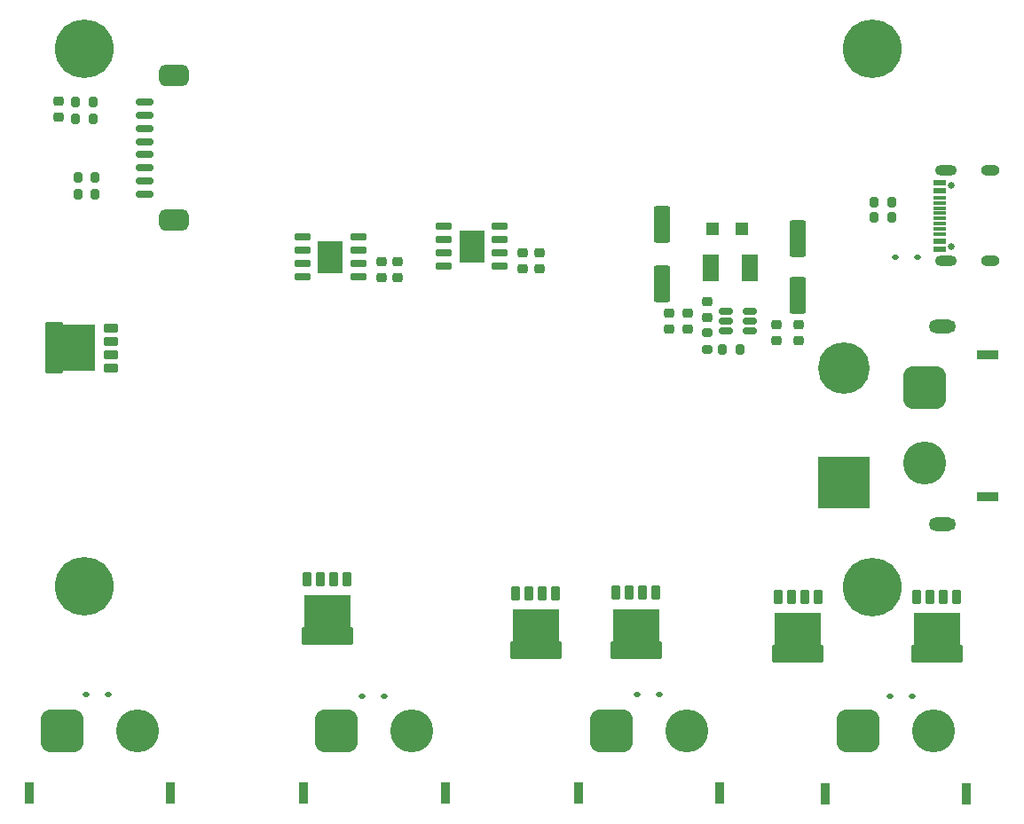
<source format=gbr>
%TF.GenerationSoftware,KiCad,Pcbnew,7.0.6-0*%
%TF.CreationDate,2023-08-19T14:39:05+10:00*%
%TF.ProjectId,rear_screen,72656172-5f73-4637-9265-656e2e6b6963,0*%
%TF.SameCoordinates,Original*%
%TF.FileFunction,Soldermask,Top*%
%TF.FilePolarity,Negative*%
%FSLAX46Y46*%
G04 Gerber Fmt 4.6, Leading zero omitted, Abs format (unit mm)*
G04 Created by KiCad (PCBNEW 7.0.6-0) date 2023-08-19 14:39:05*
%MOMM*%
%LPD*%
G01*
G04 APERTURE LIST*
G04 Aperture macros list*
%AMRoundRect*
0 Rectangle with rounded corners*
0 $1 Rounding radius*
0 $2 $3 $4 $5 $6 $7 $8 $9 X,Y pos of 4 corners*
0 Add a 4 corners polygon primitive as box body*
4,1,4,$2,$3,$4,$5,$6,$7,$8,$9,$2,$3,0*
0 Add four circle primitives for the rounded corners*
1,1,$1+$1,$2,$3*
1,1,$1+$1,$4,$5*
1,1,$1+$1,$6,$7*
1,1,$1+$1,$8,$9*
0 Add four rect primitives between the rounded corners*
20,1,$1+$1,$2,$3,$4,$5,0*
20,1,$1+$1,$4,$5,$6,$7,0*
20,1,$1+$1,$6,$7,$8,$9,0*
20,1,$1+$1,$8,$9,$2,$3,0*%
%AMFreePoly0*
4,1,21,3.024497,2.399497,3.045000,2.350000,3.045000,-2.350000,3.024497,-2.399497,2.975000,-2.420000,1.425000,-2.420000,1.375503,-2.399497,1.355000,-2.350000,1.355000,-2.170000,-1.650000,-2.170000,-1.699497,-2.149497,-1.720000,-2.100000,-1.720000,2.100000,-1.699497,2.149497,-1.650000,2.170000,1.355000,2.170000,1.355000,2.350000,1.375503,2.399497,1.425000,2.420000,2.975000,2.420000,
3.024497,2.399497,3.024497,2.399497,$1*%
G04 Aperture macros list end*
%ADD10RoundRect,0.200000X0.200000X0.275000X-0.200000X0.275000X-0.200000X-0.275000X0.200000X-0.275000X0*%
%ADD11RoundRect,0.200000X-0.200000X-0.275000X0.200000X-0.275000X0.200000X0.275000X-0.200000X0.275000X0*%
%ADD12RoundRect,0.218750X0.256250X-0.218750X0.256250X0.218750X-0.256250X0.218750X-0.256250X-0.218750X0*%
%ADD13R,0.900000X2.000000*%
%ADD14RoundRect,1.025000X1.025000X1.025000X-1.025000X1.025000X-1.025000X-1.025000X1.025000X-1.025000X0*%
%ADD15C,4.100000*%
%ADD16C,5.600000*%
%ADD17RoundRect,0.112500X0.187500X0.112500X-0.187500X0.112500X-0.187500X-0.112500X0.187500X-0.112500X0*%
%ADD18R,1.200000X1.200000*%
%ADD19RoundRect,0.070000X0.350000X0.575000X-0.350000X0.575000X-0.350000X-0.575000X0.350000X-0.575000X0*%
%ADD20FreePoly0,270.000000*%
%ADD21RoundRect,0.150000X-0.650000X-0.150000X0.650000X-0.150000X0.650000X0.150000X-0.650000X0.150000X0*%
%ADD22R,2.410000X3.100000*%
%ADD23RoundRect,0.225000X-0.250000X0.225000X-0.250000X-0.225000X0.250000X-0.225000X0.250000X0.225000X0*%
%ADD24C,0.650000*%
%ADD25R,1.240000X0.600000*%
%ADD26R,1.240000X0.300000*%
%ADD27O,2.100000X1.000000*%
%ADD28O,1.800000X1.000000*%
%ADD29C,4.916000*%
%ADD30R,4.916000X4.916000*%
%ADD31O,2.600000X1.300000*%
%ADD32R,2.000000X0.900000*%
%ADD33RoundRect,1.025000X-1.025000X1.025000X-1.025000X-1.025000X1.025000X-1.025000X1.025000X1.025000X0*%
%ADD34R,1.500000X2.500000*%
%ADD35RoundRect,0.150000X-0.700000X0.150000X-0.700000X-0.150000X0.700000X-0.150000X0.700000X0.150000X0*%
%ADD36RoundRect,0.500000X-0.900000X0.500000X-0.900000X-0.500000X0.900000X-0.500000X0.900000X0.500000X0*%
%ADD37RoundRect,0.250000X0.550000X-1.500000X0.550000X1.500000X-0.550000X1.500000X-0.550000X-1.500000X0*%
%ADD38RoundRect,0.200000X-0.275000X0.200000X-0.275000X-0.200000X0.275000X-0.200000X0.275000X0.200000X0*%
%ADD39RoundRect,0.150000X-0.512500X-0.150000X0.512500X-0.150000X0.512500X0.150000X-0.512500X0.150000X0*%
%ADD40RoundRect,0.225000X0.250000X-0.225000X0.250000X0.225000X-0.250000X0.225000X-0.250000X-0.225000X0*%
%ADD41RoundRect,0.070000X0.575000X-0.350000X0.575000X0.350000X-0.575000X0.350000X-0.575000X-0.350000X0*%
%ADD42FreePoly0,180.000000*%
%ADD43RoundRect,0.112500X-0.187500X-0.112500X0.187500X-0.112500X0.187500X0.112500X-0.187500X0.112500X0*%
G04 APERTURE END LIST*
D10*
%TO.C,R8*%
X91000000Y-74600000D03*
X89350000Y-74600000D03*
%TD*%
D11*
%TO.C,R7*%
X89325000Y-72989999D03*
X90975000Y-72989999D03*
%TD*%
D12*
%TO.C,D6*%
X87750000Y-74477499D03*
X87750000Y-72902499D03*
%TD*%
D13*
%TO.C,J2*%
X98400000Y-139000000D03*
X84900000Y-139000000D03*
D14*
X88050000Y-133000000D03*
D15*
X95250000Y-133000000D03*
%TD*%
D16*
%TO.C,H1*%
X90150000Y-67960000D03*
%TD*%
D13*
%TO.C,J4*%
X150800000Y-139000000D03*
X137300000Y-139000000D03*
D14*
X140450000Y-133000000D03*
D15*
X147650000Y-133000000D03*
%TD*%
D17*
%TO.C,D3*%
X118750000Y-129700000D03*
X116650000Y-129700000D03*
%TD*%
D18*
%TO.C,D7*%
X152899999Y-85125000D03*
X150099999Y-85125000D03*
%TD*%
D19*
%TO.C,Q2*%
X160180000Y-120230000D03*
X158910000Y-120230000D03*
X157630000Y-120230000D03*
X156360000Y-120230000D03*
D20*
X158270000Y-123500000D03*
%TD*%
D21*
%TO.C,U2*%
X124490712Y-84890111D03*
X124490712Y-86160111D03*
X124490712Y-87430111D03*
X124490712Y-88700111D03*
X129790712Y-88700111D03*
X129790712Y-87430111D03*
X129790712Y-86160111D03*
X129790712Y-84890111D03*
D22*
X127140712Y-86795111D03*
%TD*%
D19*
%TO.C,Q3*%
X144710000Y-119830000D03*
X143440000Y-119830000D03*
X142160000Y-119830000D03*
X140890000Y-119830000D03*
D20*
X142800000Y-123100000D03*
%TD*%
D23*
%TO.C,C3*%
X156200000Y-94250000D03*
X156200000Y-95800000D03*
%TD*%
D24*
%TO.C,J13*%
X172920000Y-86770000D03*
X172920000Y-80990000D03*
D25*
X171800000Y-87080000D03*
X171800000Y-86280000D03*
D26*
X171800000Y-85130000D03*
X171800000Y-84130000D03*
X171800000Y-83630000D03*
X171800000Y-82630000D03*
D25*
X171800000Y-81480000D03*
X171800000Y-80680000D03*
X171800000Y-80680000D03*
X171800000Y-81480000D03*
D26*
X171800000Y-82130000D03*
X171800000Y-83130000D03*
X171800000Y-84630000D03*
X171800000Y-85630000D03*
D25*
X171800000Y-86280000D03*
X171800000Y-87080000D03*
D27*
X172400000Y-88200000D03*
D28*
X176600000Y-88200000D03*
D27*
X172400000Y-79560000D03*
D28*
X176600000Y-79560000D03*
%TD*%
D23*
%TO.C,C9*%
X133595000Y-87400000D03*
X133595000Y-88950000D03*
%TD*%
D19*
%TO.C,Q6*%
X115260000Y-118530000D03*
X113990000Y-118530000D03*
X112710000Y-118530000D03*
X111440000Y-118530000D03*
D20*
X113350000Y-121800000D03*
%TD*%
D23*
%TO.C,C10*%
X120095000Y-88225000D03*
X120095000Y-89775000D03*
%TD*%
D11*
%TO.C,R2*%
X165550000Y-82530000D03*
X167200000Y-82530000D03*
%TD*%
D13*
%TO.C,J5*%
X174350000Y-139050000D03*
X160850000Y-139050000D03*
D14*
X164000000Y-133050000D03*
D15*
X171200000Y-133050000D03*
%TD*%
D21*
%TO.C,U1*%
X111005000Y-85895000D03*
X111005000Y-87165000D03*
X111005000Y-88435000D03*
X111005000Y-89705000D03*
X116305000Y-89705000D03*
X116305000Y-88435000D03*
X116305000Y-87165000D03*
X116305000Y-85895000D03*
D22*
X113655000Y-87800000D03*
%TD*%
D11*
%TO.C,R5*%
X89550000Y-81800000D03*
X91200000Y-81800000D03*
%TD*%
D29*
%TO.C,J6*%
X162600000Y-98400000D03*
D30*
X162600000Y-109300000D03*
D31*
X172000000Y-113300000D03*
X172000000Y-94400000D03*
%TD*%
D16*
%TO.C,H3*%
X165370000Y-119300000D03*
%TD*%
D32*
%TO.C,J1*%
X176350000Y-97150000D03*
X176350000Y-110650000D03*
D33*
X170350000Y-100300000D03*
D15*
X170350000Y-107500000D03*
%TD*%
D23*
%TO.C,C6*%
X146000000Y-93150000D03*
X146000000Y-94700000D03*
%TD*%
%TO.C,C8*%
X131995000Y-87400000D03*
X131995000Y-88950000D03*
%TD*%
D34*
%TO.C,L1*%
X153650000Y-88825000D03*
X149950000Y-88825000D03*
%TD*%
D16*
%TO.C,H2*%
X165339531Y-67939531D03*
%TD*%
D35*
%TO.C,J7*%
X95900000Y-73025000D03*
X95900000Y-74275000D03*
X95900000Y-75525000D03*
X95900000Y-76775000D03*
X95900000Y-78025000D03*
X95900000Y-79275000D03*
X95900000Y-80525000D03*
X95900000Y-81775000D03*
D36*
X98750000Y-70500000D03*
X98750000Y-84300000D03*
%TD*%
D37*
%TO.C,C1*%
X158200000Y-91425001D03*
X158200000Y-86025001D03*
%TD*%
D10*
%TO.C,R1*%
X167200000Y-84030000D03*
X165550000Y-84030000D03*
%TD*%
%TO.C,R6*%
X91200000Y-80200000D03*
X89550000Y-80200000D03*
%TD*%
D38*
%TO.C,R3*%
X149600000Y-95000001D03*
X149600000Y-96650001D03*
%TD*%
D39*
%TO.C,U3*%
X151400000Y-92975000D03*
X151400000Y-93925000D03*
X151400000Y-94875000D03*
X153675000Y-94875000D03*
X153675000Y-93925000D03*
X153675000Y-92975000D03*
%TD*%
D17*
%TO.C,D2*%
X92450000Y-129600000D03*
X90350000Y-129600000D03*
%TD*%
D40*
%TO.C,C4*%
X149600000Y-93600000D03*
X149600000Y-92050000D03*
%TD*%
D17*
%TO.C,D5*%
X169150000Y-129700000D03*
X167050000Y-129700000D03*
%TD*%
D13*
%TO.C,J3*%
X124600000Y-139000000D03*
X111100000Y-139000000D03*
D14*
X114250000Y-133000000D03*
D15*
X121450000Y-133000000D03*
%TD*%
D16*
%TO.C,H4*%
X90160000Y-119260000D03*
%TD*%
D23*
%TO.C,C11*%
X118495000Y-88224999D03*
X118495000Y-89774999D03*
%TD*%
D41*
%TO.C,Q7*%
X92725435Y-98385877D03*
X92725435Y-97115877D03*
X92725435Y-95835877D03*
X92725435Y-94565877D03*
D42*
X89455435Y-96475877D03*
%TD*%
D37*
%TO.C,C5*%
X145300000Y-90325000D03*
X145300000Y-84725000D03*
%TD*%
D23*
%TO.C,C7*%
X147700000Y-93150000D03*
X147700000Y-94700000D03*
%TD*%
D17*
%TO.C,D4*%
X145050000Y-129600000D03*
X142950000Y-129600000D03*
%TD*%
D23*
%TO.C,C2*%
X158300000Y-94250000D03*
X158300000Y-95800000D03*
%TD*%
D11*
%TO.C,R4*%
X151075000Y-96625001D03*
X152725000Y-96625001D03*
%TD*%
D19*
%TO.C,Q4*%
X135160000Y-119880000D03*
X133890000Y-119880000D03*
X132610000Y-119880000D03*
X131340000Y-119880000D03*
D20*
X133250000Y-123150000D03*
%TD*%
D43*
%TO.C,D1*%
X167550000Y-87800000D03*
X169650000Y-87800000D03*
%TD*%
D19*
%TO.C,Q1*%
X173410000Y-120230000D03*
X172140000Y-120230000D03*
X170860000Y-120230000D03*
X169590000Y-120230000D03*
D20*
X171500000Y-123500000D03*
%TD*%
M02*

</source>
